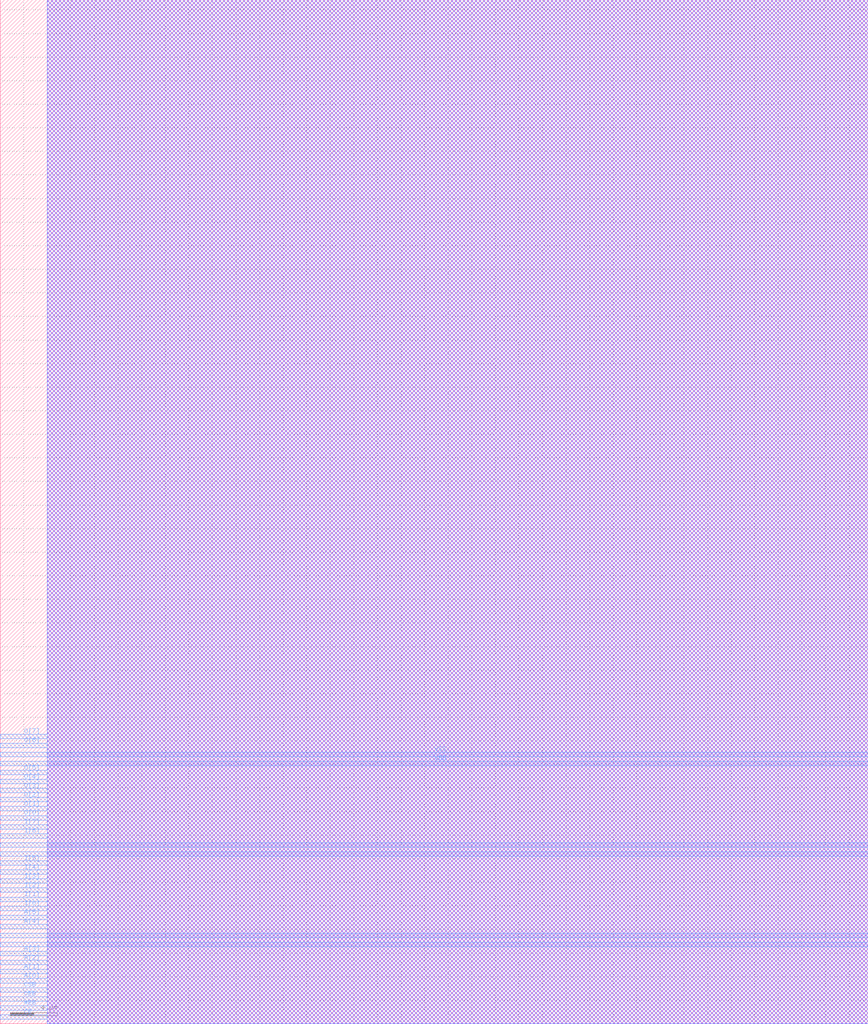
<source format=lef>
VERSION 5.6 ;
BUSBITCHARS "[]" ;
DIVIDERCHAR "/" ;

MACRO SRAM1RW64x8
  CLASS BLOCK ;
  ORIGIN 0 0 ;
  FOREIGN SRAM1RW64x8 0 0 ;
  SIZE 73.632 BY 86.848 ;
  SYMMETRY X Y ;
  SITE coreSite ;
  PIN VDD
    DIRECTION INOUT ;
    USE POWER ;
    PORT 
      LAYER M4 ;
        RECT 0.0 6.528 73.632 6.912 ;
        RECT 0.0 14.208 73.632 14.592 ;
        RECT 0.0 21.888 73.632 22.272 ;
    END 
  END VDD
  PIN VSS
    DIRECTION INOUT ;
    USE GROUND ;
    PORT 
      LAYER M4 ;
        RECT 0.0 7.296 73.632 7.68 ;
        RECT 0.0 14.976 73.632 15.36 ;
        RECT 0.0 22.656 73.632 23.04 ;
    END 
  END VSS
  PIN CE
    DIRECTION INPUT ;
    USE SIGNAL ;
    PORT 
      LAYER M4 ;
        RECT 0.0 0.384 4.0 0.768 ;
    END 
  END CE
  PIN WEB
    DIRECTION INPUT ;
    USE SIGNAL ;
    PORT 
      LAYER M4 ;
        RECT 0.0 1.152 4.0 1.536 ;
    END 
  END WEB
  PIN OEB
    DIRECTION INPUT ;
    USE SIGNAL ;
    PORT 
      LAYER M4 ;
        RECT 0.0 1.92 4.0 2.304 ;
    END 
  END OEB
  PIN CSB
    DIRECTION INPUT ;
    USE SIGNAL ;
    PORT 
      LAYER M4 ;
        RECT 0.0 2.688 4.0 3.072 ;
    END 
  END CSB
  PIN A[0]
    DIRECTION INPUT ;
    USE SIGNAL ;
    PORT 
      LAYER M4 ;
        RECT 0.0 3.456 4.0 3.84 ;
    END 
  END A[0]
  PIN A[1]
    DIRECTION INPUT ;
    USE SIGNAL ;
    PORT 
      LAYER M4 ;
        RECT 0.0 4.224 4.0 4.608 ;
    END 
  END A[1]
  PIN A[2]
    DIRECTION INPUT ;
    USE SIGNAL ;
    PORT 
      LAYER M4 ;
        RECT 0.0 4.992 4.0 5.376 ;
    END 
  END A[2]
  PIN A[3]
    DIRECTION INPUT ;
    USE SIGNAL ;
    PORT 
      LAYER M4 ;
        RECT 0.0 5.76 4.0 6.144 ;
    END 
  END A[3]
  PIN A[4]
    DIRECTION INPUT ;
    USE SIGNAL ;
    PORT 
      LAYER M4 ;
        RECT 0.0 8.064 4.0 8.448 ;
    END 
  END A[4]
  PIN A[5]
    DIRECTION INPUT ;
    USE SIGNAL ;
    PORT 
      LAYER M4 ;
        RECT 0.0 8.832 4.0 9.216 ;
    END 
  END A[5]
  PIN I[0]
    DIRECTION INPUT ;
    USE SIGNAL ;
    PORT 
      LAYER M4 ;
        RECT 0.0 9.6 4.0 9.984 ;
    END 
  END I[0]
  PIN I[1]
    DIRECTION INPUT ;
    USE SIGNAL ;
    PORT 
      LAYER M4 ;
        RECT 0.0 10.368 4.0 10.752 ;
    END 
  END I[1]
  PIN I[2]
    DIRECTION INPUT ;
    USE SIGNAL ;
    PORT 
      LAYER M4 ;
        RECT 0.0 11.136 4.0 11.52 ;
    END 
  END I[2]
  PIN I[3]
    DIRECTION INPUT ;
    USE SIGNAL ;
    PORT 
      LAYER M4 ;
        RECT 0.0 11.904 4.0 12.288 ;
    END 
  END I[3]
  PIN I[4]
    DIRECTION INPUT ;
    USE SIGNAL ;
    PORT 
      LAYER M4 ;
        RECT 0.0 12.672 4.0 13.056 ;
    END 
  END I[4]
  PIN I[5]
    DIRECTION INPUT ;
    USE SIGNAL ;
    PORT 
      LAYER M4 ;
        RECT 0.0 13.44 4.0 13.824 ;
    END 
  END I[5]
  PIN I[6]
    DIRECTION INPUT ;
    USE SIGNAL ;
    PORT 
      LAYER M4 ;
        RECT 0.0 15.744 4.0 16.128 ;
    END 
  END I[6]
  PIN I[7]
    DIRECTION INPUT ;
    USE SIGNAL ;
    PORT 
      LAYER M4 ;
        RECT 0.0 16.512 4.0 16.896 ;
    END 
  END I[7]
  PIN O[0]
    DIRECTION OUTPUT ;
    USE SIGNAL ;
    PORT 
      LAYER M4 ;
        RECT 0.0 17.28 4.0 17.664 ;
    END 
  END O[0]
  PIN O[1]
    DIRECTION OUTPUT ;
    USE SIGNAL ;
    PORT 
      LAYER M4 ;
        RECT 0.0 18.048 4.0 18.432 ;
    END 
  END O[1]
  PIN O[2]
    DIRECTION OUTPUT ;
    USE SIGNAL ;
    PORT 
      LAYER M4 ;
        RECT 0.0 18.816 4.0 19.2 ;
    END 
  END O[2]
  PIN O[3]
    DIRECTION OUTPUT ;
    USE SIGNAL ;
    PORT 
      LAYER M4 ;
        RECT 0.0 19.584 4.0 19.968 ;
    END 
  END O[3]
  PIN O[4]
    DIRECTION OUTPUT ;
    USE SIGNAL ;
    PORT 
      LAYER M4 ;
        RECT 0.0 20.352 4.0 20.736 ;
    END 
  END O[4]
  PIN O[5]
    DIRECTION OUTPUT ;
    USE SIGNAL ;
    PORT 
      LAYER M4 ;
        RECT 0.0 21.12 4.0 21.504 ;
    END 
  END O[5]
  PIN O[6]
    DIRECTION OUTPUT ;
    USE SIGNAL ;
    PORT 
      LAYER M4 ;
        RECT 0.0 23.424 4.0 23.808 ;
    END 
  END O[6]
  PIN O[7]
    DIRECTION OUTPUT ;
    USE SIGNAL ;
    PORT 
      LAYER M4 ;
        RECT 0.0 24.192 4.0 24.576 ;
    END 
  END O[7]
  OBS 
    LAYER M1 ;
      RECT 4.0 0.0 73.632 86.848 ;
    LAYER M2 ;
      RECT 4.0 0.0 73.632 86.848 ;
    LAYER M3 ;
      RECT 4.0 0.0 73.632 86.848 ;
  END 
END SRAM1RW64x8

END LIBRARY
</source>
